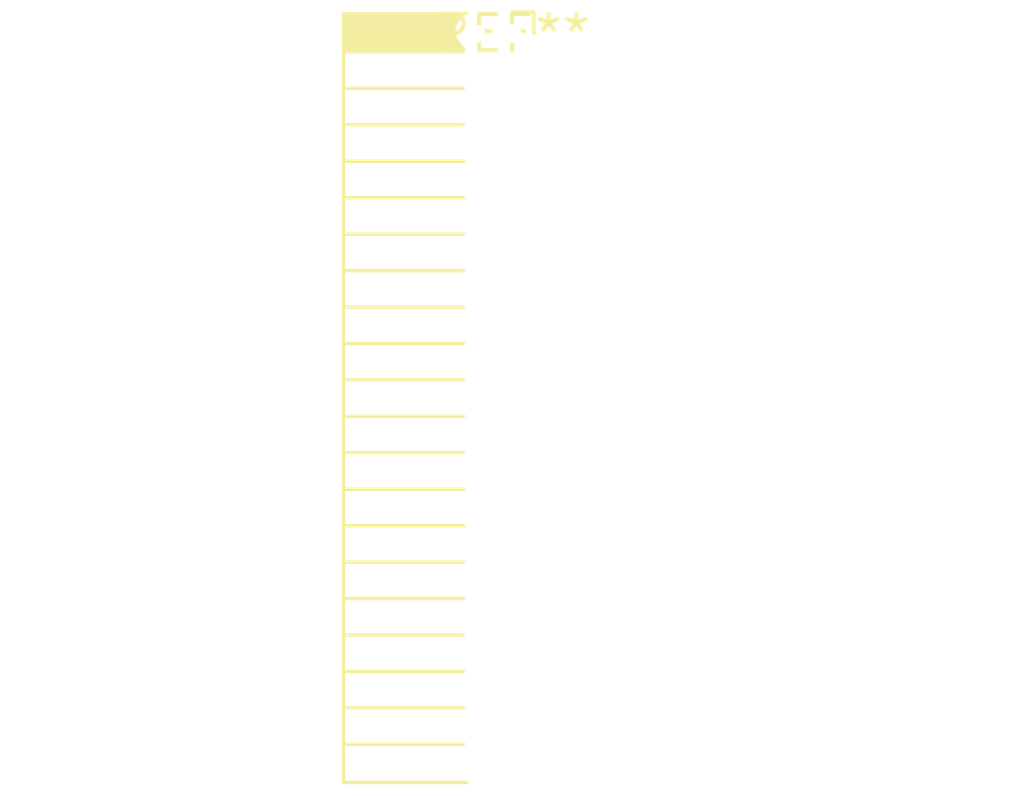
<source format=kicad_pcb>
(kicad_pcb (version 20240108) (generator pcbnew)
  (layers (0 "F.Cu" signal) (31 "B.Cu" signal) (34 "B.Paste" user) (35 "F.Paste" user) (36 "B.SilkS" user "B.Silkscreen") (37 "F.SilkS" user "F.Silkscreen") (38 "B.Mask" user) (39 "F.Mask" user) (44 "Edge.Cuts" user))
  (net 0 "")
  (footprint "PinSocket_2x21_P1.27mm_Horizontal" (layer "F.Cu") (at 0 0)
    (property "Reference" "REF**")
    (property "Value" "PinSocket_2x21_P1.27mm_Horizontal")
    (fp_line (start -5.88 -0.695) (end -5.88 26.095) (layer "F.SilkS") (stroke (width 0.12)))
    (fp_line (start -5.88 -0.695) (end -1.57753 -0.695) (layer "F.SilkS") (stroke (width 0.12)))
    (fp_line (start -5.88 -0.575) (end -1.766966 -0.575) (layer "F.SilkS") (stroke (width 0.12)))
    (fp_line (start -5.88 -0.465) (end -1.871145 -0.465) (layer "F.SilkS") (stroke (width 0.12)))
    (fp_line (start -5.88 -0.355) (end -1.941993 -0.355) (layer "F.SilkS") (stroke (width 0.12)))
    (fp_line (start -5.88 -0.245) (end -1.989427 -0.245) (layer "F.SilkS") (stroke (width 0.12)))
    (fp_line (start -5.88 -0.135) (end -2.017914 -0.135) (layer "F.SilkS") (stroke (width 0.12)))
    (fp_line (start -5.88 -0.025) (end -2.029589 -0.025) (layer "F.SilkS") (stroke (width 0.12)))
    (fp_line (start -5.88 0.085) (end -2.025232 0.085) (layer "F.SilkS") (stroke (width 0.12)))
    (fp_line (start -5.88 0.195) (end -2.004558 0.195) (layer "F.SilkS") (stroke (width 0.12)))
    (fp_line (start -5.88 0.305) (end -1.966114 0.305) (layer "F.SilkS") (stroke (width 0.12)))
    (fp_line (start -5.88 0.415) (end -1.906691 0.415) (layer "F.SilkS") (stroke (width 0.12)))
    (fp_line (start -5.88 0.525) (end -1.819523 0.525) (layer "F.SilkS") (stroke (width 0.12)))
    (fp_line (start -5.88 0.635) (end -1.687582 0.635) (layer "F.SilkS") (stroke (width 0.12)))
    (fp_line (start -5.88 1.905) (end -1.687582 1.905) (layer "F.SilkS") (stroke (width 0.12)))
    (fp_line (start -5.88 3.175) (end -1.687582 3.175) (layer "F.SilkS") (stroke (width 0.12)))
    (fp_line (start -5.88 4.445) (end -1.687582 4.445) (layer "F.SilkS") (stroke (width 0.12)))
    (fp_line (start -5.88 5.715) (end -1.687582 5.715) (layer "F.SilkS") (stroke (width 0.12)))
    (fp_line (start -5.88 6.985) (end -1.687582 6.985) (layer "F.SilkS") (stroke (width 0.12)))
    (fp_line (start -5.88 8.255) (end -1.687582 8.255) (layer "F.SilkS") (stroke (width 0.12)))
    (fp_line (start -5.88 9.525) (end -1.687582 9.525) (layer "F.SilkS") (stroke (width 0.12)))
    (fp_line (start -5.88 10.795) (end -1.687582 10.795) (layer "F.SilkS") (stroke (width 0.12)))
    (fp_line (start -5.88 12.065) (end -1.687582 12.065) (layer "F.SilkS") (stroke (width 0.12)))
    (fp_line (start -5.88 13.335) (end -1.687582 13.335) (layer "F.SilkS") (stroke (width 0.12)))
    (fp_line (start -5.88 14.605) (end -1.687582 14.605) (layer "F.SilkS") (stroke (width 0.12)))
    (fp_line (start -5.88 15.875) (end -1.687582 15.875) (layer "F.SilkS") (stroke (width 0.12)))
    (fp_line (start -5.88 17.145) (end -1.687582 17.145) (layer "F.SilkS") (stroke (width 0.12)))
    (fp_line (start -5.88 18.415) (end -1.687582 18.415) (layer "F.SilkS") (stroke (width 0.12)))
    (fp_line (start -5.88 19.685) (end -1.687582 19.685) (layer "F.SilkS") (stroke (width 0.12)))
    (fp_line (start -5.88 20.955) (end -1.687582 20.955) (layer "F.SilkS") (stroke (width 0.12)))
    (fp_line (start -5.88 22.225) (end -1.687582 22.225) (layer "F.SilkS") (stroke (width 0.12)))
    (fp_line (start -5.88 23.495) (end -1.687582 23.495) (layer "F.SilkS") (stroke (width 0.12)))
    (fp_line (start -5.88 24.765) (end -1.687582 24.765) (layer "F.SilkS") (stroke (width 0.12)))
    (fp_line (start -5.88 26.095) (end -1.57753 26.095) (layer "F.SilkS") (stroke (width 0.12)))
    (fp_line (start 0 -0.76) (end 0.76 -0.76) (layer "F.SilkS") (stroke (width 0.12)))
    (fp_line (start 0.76 -0.76) (end 0.76 0) (layer "F.SilkS") (stroke (width 0.12)))
    (pad "1" thru_hole rect (at 0 0) (size 1 1) (drill 0.65) (layers *.Cu *.Mask) (remove_unused_layers))
    (pad "2" thru_hole oval (at -1.27 0) (size 1 1) (drill 0.65) (layers *.Cu *.Mask) (remove_unused_layers))
    (pad "3" thru_hole oval (at 0 1.27) (size 1 1) (drill 0.65) (layers *.Cu *.Mask) (remove_unused_layers))
    (pad "4" thru_hole oval (at -1.27 1.27) (size 1 1) (drill 0.65) (layers *.Cu *.Mask) (remove_unused_layers))
    (pad "5" thru_hole oval (at 0 2.54) (size 1 1) (drill 0.65) (layers *.Cu *.Mask) (remove_unused_layers))
    (pad "6" thru_hole oval (at -1.27 2.54) (size 1 1) (drill 0.65) (layers *.Cu *.Mask) (remove_unused_layers))
    (pad "7" thru_hole oval (at 0 3.81) (size 1 1) (drill 0.65) (layers *.Cu *.Mask) (remove_unused_layers))
    (pad "8" thru_hole oval (at -1.27 3.81) (size 1 1) (drill 0.65) (layers *.Cu *.Mask) (remove_unused_layers))
    (pad "9" thru_hole oval (at 0 5.08) (size 1 1) (drill 0.65) (layers *.Cu *.Mask) (remove_unused_layers))
    (pad "10" thru_hole oval (at -1.27 5.08) (size 1 1) (drill 0.65) (layers *.Cu *.Mask) (remove_unused_layers))
    (pad "11" thru_hole oval (at 0 6.35) (size 1 1) (drill 0.65) (layers *.Cu *.Mask) (remove_unused_layers))
    (pad "12" thru_hole oval (at -1.27 6.35) (size 1 1) (drill 0.65) (layers *.Cu *.Mask) (remove_unused_layers))
    (pad "13" thru_hole oval (at 0 7.62) (size 1 1) (drill 0.65) (layers *.Cu *.Mask) (remove_unused_layers))
    (pad "14" thru_hole oval (at -1.27 7.62) (size 1 1) (drill 0.65) (layers *.Cu *.Mask) (remove_unused_layers))
    (pad "15" thru_hole oval (at 0 8.89) (size 1 1) (drill 0.65) (layers *.Cu *.Mask) (remove_unused_layers))
    (pad "16" thru_hole oval (at -1.27 8.89) (size 1 1) (drill 0.65) (layers *.Cu *.Mask) (remove_unused_layers))
    (pad "17" thru_hole oval (at 0 10.16) (size 1 1) (drill 0.65) (layers *.Cu *.Mask) (remove_unused_layers))
    (pad "18" thru_hole oval (at -1.27 10.16) (size 1 1) (drill 0.65) (layers *.Cu *.Mask) (remove_unused_layers))
    (pad "19" thru_hole oval (at 0 11.43) (size 1 1) (drill 0.65) (layers *.Cu *.Mask) (remove_unused_layers))
    (pad "20" thru_hole oval (at -1.27 11.43) (size 1 1) (drill 0.65) (layers *.Cu *.Mask) (remove_unused_layers))
    (pad "21" thru_hole oval (at 0 12.7) (size 1 1) (drill 0.65) (layers *.Cu *.Mask) (remove_unused_layers))
    (pad "22" thru_hole oval (at -1.27 12.7) (size 1 1) (drill 0.65) (layers *.Cu *.Mask) (remove_unused_layers))
    (pad "23" thru_hole oval (at 0 13.97) (size 1 1) (drill 0.65) (layers *.Cu *.Mask) (remove_unused_layers))
    (pad "24" thru_hole oval (at -1.27 13.97) (size 1 1) (drill 0.65) (layers *.Cu *.Mask) (remove_unused_layers))
    (pad "25" thru_hole oval (at 0 15.24) (size 1 1) (drill 0.65) (layers *.Cu *.Mask) (remove_unused_layers))
    (pad "26" thru_hole oval (at -1.27 15.24) (size 1 1) (drill 0.65) (layers *.Cu *.Mask) (remove_unused_layers))
    (pad "27" thru_hole oval (at 0 16.51) (size 1 1) (drill 0.65) (layers *.Cu *.Mask) (remove_unused_layers))
    (pad "28" thru_hole oval (at -1.27 16.51) (size 1 1) (drill 0.65) (layers *.Cu *.Mask) (remove_unused_layers))
    (pad "29" thru_hole oval (at 0 17.78) (size 1 1) (drill 0.65) (layers *.Cu *.Mask) (remove_unused_layers))
    (pad "30" thru_hole oval (at -1.27 17.78) (size 1 1) (drill 0.65) (layers *.Cu *.Mask) (remove_unused_layers))
    (pad "31" thru_hole oval (at 0 19.05) (size 1 1) (drill 0.65) (layers *.Cu *.Mask) (remove_unused_layers))
    (pad "32" thru_hole oval (at -1.27 19.05) (size 1 1) (drill 0.65) (layers *.Cu *.Mask) (remove_unused_layers))
    (pad "33" thru_hole oval (at 0 20.32) (size 1 1) (drill 0.65) (layers *.Cu *.Mask) (remove_unused_layers))
    (pad "34" thru_hole oval (at -1.27 20.32) (size 1 1) (drill 0.65) (layers *.Cu *.Mask) (remove_unused_layers))
    (pad "35" thru_hole oval (at 0 21.59) (size 1 1) (drill 0.65) (layers *.Cu *.Mask) (remove_unused_layers))
    (pad "36" thru_hole oval (at -1.27 21.59) (size 1 1) (drill 0.65) (layers *.Cu *.Mask) (remove_unused_layers))
    (pad "37" thru_hole oval (at 0 22.86) (size 1 1) (drill 0.65) (layers *.Cu *.Mask) (remove_unused_layers))
    (pad "38" thru_hole oval (at -1.27 22.86) (size 1 1) (drill 0.65) (layers *.Cu *.Mask) (remove_unused_layers))
    (pad "39" thru_hole oval (at 0 24.13) (size 1 1) (drill 0.65) (layers *.Cu *.Mask) (remove_unused_layers))
    (pad "40" thru_hole oval (at -1.27 24.13) (size 1 1) (drill 0.65) (layers *.Cu *.Mask) (remove_unused_layers))
    (pad "41" thru_hole oval (at 0 25.4) (size 1 1) (drill 0.65) (layers *.Cu *.Mask) (remove_unused_layers))
    (pad "42" thru_hole oval (at -1.27 25.4) (size 1 1) (drill 0.65) (layers *.Cu *.Mask) (remove_unused_layers))
  )
)
</source>
